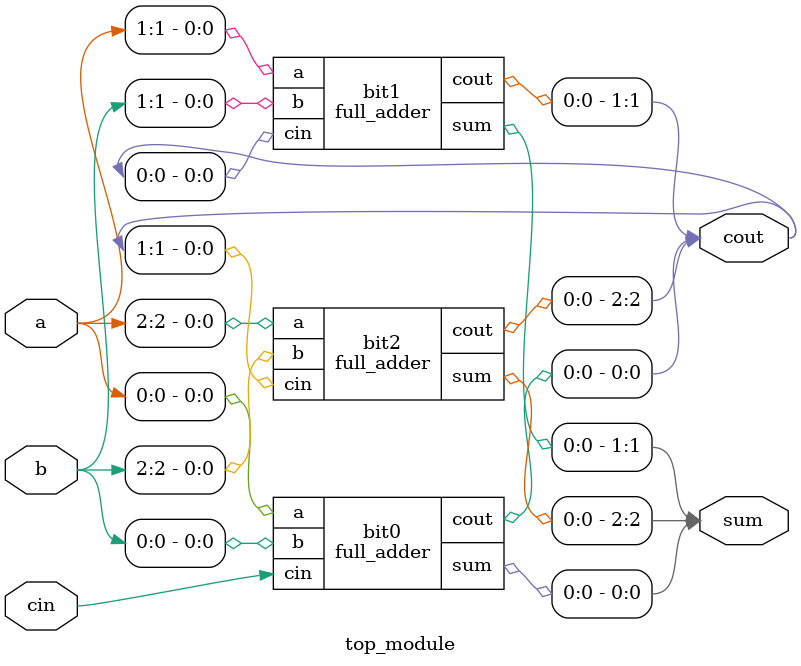
<source format=v>

module full_adder( 
    input a, b, cin,
    output cout, sum );
    
    assign {cout, sum} = a + b + cin;

endmodule

module top_module( 
    input [2:0] a, b,
    input cin,
    output [2:0] cout,
    output [2:0] sum );
    
    full_adder bit0 ( .a(a[0]), .b(b[0]), .cin(cin),     .cout(cout[0]), .sum(sum[0]) );
    full_adder bit1 ( .a(a[1]), .b(b[1]), .cin(cout[0]), .cout(cout[1]), .sum(sum[1]) );
    full_adder bit2 ( .a(a[2]), .b(b[2]), .cin(cout[1]), .cout(cout[2]), .sum(sum[2]) );
    
endmodule

</source>
